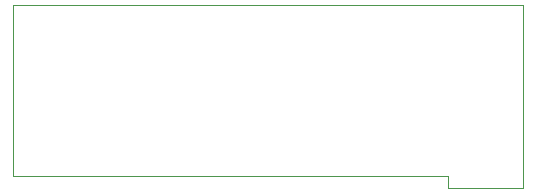
<source format=gbr>
G04 (created by PCBNEW (2013-07-07 BZR 4022)-stable) date 27/01/2014 14:30:20*
%MOIN*%
G04 Gerber Fmt 3.4, Leading zero omitted, Abs format*
%FSLAX34Y34*%
G01*
G70*
G90*
G04 APERTURE LIST*
%ADD10C,0.00590551*%
%ADD11C,0.00393701*%
G04 APERTURE END LIST*
G54D10*
G54D11*
X86500Y-59400D02*
X86500Y-65500D01*
X69500Y-59400D02*
X86500Y-59400D01*
X69500Y-65100D02*
X69500Y-59400D01*
X84000Y-65100D02*
X69500Y-65100D01*
X84000Y-65100D02*
X84000Y-65500D01*
X86500Y-65500D02*
X84000Y-65500D01*
M02*

</source>
